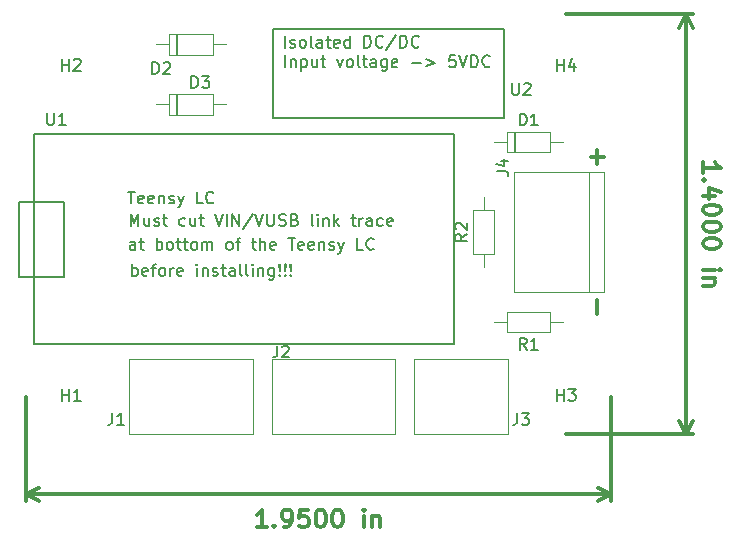
<source format=gbr>
G04 #@! TF.GenerationSoftware,KiCad,Pcbnew,(5.0.1-3-g963ef8bb5)*
G04 #@! TF.CreationDate,2019-06-08T18:57:16-07:00*
G04 #@! TF.ProjectId,board,626F6172642E6B696361645F70636200,rev?*
G04 #@! TF.SameCoordinates,Original*
G04 #@! TF.FileFunction,Legend,Top*
G04 #@! TF.FilePolarity,Positive*
%FSLAX46Y46*%
G04 Gerber Fmt 4.6, Leading zero omitted, Abs format (unit mm)*
G04 Created by KiCad (PCBNEW (5.0.1-3-g963ef8bb5)) date Saturday, June 08, 2019 at 06:57:16 PM*
%MOMM*%
%LPD*%
G01*
G04 APERTURE LIST*
%ADD10C,0.300000*%
%ADD11C,0.150000*%
%ADD12C,0.120000*%
G04 APERTURE END LIST*
D10*
X157587142Y-86296428D02*
X157587142Y-85153571D01*
X158158571Y-85725000D02*
X157015714Y-85725000D01*
X157587142Y-98996428D02*
X157587142Y-97853571D01*
D11*
X131145595Y-76462380D02*
X131145595Y-75462380D01*
X131574166Y-76414761D02*
X131669404Y-76462380D01*
X131859880Y-76462380D01*
X131955119Y-76414761D01*
X132002738Y-76319523D01*
X132002738Y-76271904D01*
X131955119Y-76176666D01*
X131859880Y-76129047D01*
X131717023Y-76129047D01*
X131621785Y-76081428D01*
X131574166Y-75986190D01*
X131574166Y-75938571D01*
X131621785Y-75843333D01*
X131717023Y-75795714D01*
X131859880Y-75795714D01*
X131955119Y-75843333D01*
X132574166Y-76462380D02*
X132478928Y-76414761D01*
X132431309Y-76367142D01*
X132383690Y-76271904D01*
X132383690Y-75986190D01*
X132431309Y-75890952D01*
X132478928Y-75843333D01*
X132574166Y-75795714D01*
X132717023Y-75795714D01*
X132812261Y-75843333D01*
X132859880Y-75890952D01*
X132907500Y-75986190D01*
X132907500Y-76271904D01*
X132859880Y-76367142D01*
X132812261Y-76414761D01*
X132717023Y-76462380D01*
X132574166Y-76462380D01*
X133478928Y-76462380D02*
X133383690Y-76414761D01*
X133336071Y-76319523D01*
X133336071Y-75462380D01*
X134288452Y-76462380D02*
X134288452Y-75938571D01*
X134240833Y-75843333D01*
X134145595Y-75795714D01*
X133955119Y-75795714D01*
X133859880Y-75843333D01*
X134288452Y-76414761D02*
X134193214Y-76462380D01*
X133955119Y-76462380D01*
X133859880Y-76414761D01*
X133812261Y-76319523D01*
X133812261Y-76224285D01*
X133859880Y-76129047D01*
X133955119Y-76081428D01*
X134193214Y-76081428D01*
X134288452Y-76033809D01*
X134621785Y-75795714D02*
X135002738Y-75795714D01*
X134764642Y-75462380D02*
X134764642Y-76319523D01*
X134812261Y-76414761D01*
X134907500Y-76462380D01*
X135002738Y-76462380D01*
X135717023Y-76414761D02*
X135621785Y-76462380D01*
X135431309Y-76462380D01*
X135336071Y-76414761D01*
X135288452Y-76319523D01*
X135288452Y-75938571D01*
X135336071Y-75843333D01*
X135431309Y-75795714D01*
X135621785Y-75795714D01*
X135717023Y-75843333D01*
X135764642Y-75938571D01*
X135764642Y-76033809D01*
X135288452Y-76129047D01*
X136621785Y-76462380D02*
X136621785Y-75462380D01*
X136621785Y-76414761D02*
X136526547Y-76462380D01*
X136336071Y-76462380D01*
X136240833Y-76414761D01*
X136193214Y-76367142D01*
X136145595Y-76271904D01*
X136145595Y-75986190D01*
X136193214Y-75890952D01*
X136240833Y-75843333D01*
X136336071Y-75795714D01*
X136526547Y-75795714D01*
X136621785Y-75843333D01*
X137859880Y-76462380D02*
X137859880Y-75462380D01*
X138097976Y-75462380D01*
X138240833Y-75510000D01*
X138336071Y-75605238D01*
X138383690Y-75700476D01*
X138431309Y-75890952D01*
X138431309Y-76033809D01*
X138383690Y-76224285D01*
X138336071Y-76319523D01*
X138240833Y-76414761D01*
X138097976Y-76462380D01*
X137859880Y-76462380D01*
X139431309Y-76367142D02*
X139383690Y-76414761D01*
X139240833Y-76462380D01*
X139145595Y-76462380D01*
X139002738Y-76414761D01*
X138907500Y-76319523D01*
X138859880Y-76224285D01*
X138812261Y-76033809D01*
X138812261Y-75890952D01*
X138859880Y-75700476D01*
X138907500Y-75605238D01*
X139002738Y-75510000D01*
X139145595Y-75462380D01*
X139240833Y-75462380D01*
X139383690Y-75510000D01*
X139431309Y-75557619D01*
X140574166Y-75414761D02*
X139717023Y-76700476D01*
X140907500Y-76462380D02*
X140907500Y-75462380D01*
X141145595Y-75462380D01*
X141288452Y-75510000D01*
X141383690Y-75605238D01*
X141431309Y-75700476D01*
X141478928Y-75890952D01*
X141478928Y-76033809D01*
X141431309Y-76224285D01*
X141383690Y-76319523D01*
X141288452Y-76414761D01*
X141145595Y-76462380D01*
X140907500Y-76462380D01*
X142478928Y-76367142D02*
X142431309Y-76414761D01*
X142288452Y-76462380D01*
X142193214Y-76462380D01*
X142050357Y-76414761D01*
X141955119Y-76319523D01*
X141907500Y-76224285D01*
X141859880Y-76033809D01*
X141859880Y-75890952D01*
X141907500Y-75700476D01*
X141955119Y-75605238D01*
X142050357Y-75510000D01*
X142193214Y-75462380D01*
X142288452Y-75462380D01*
X142431309Y-75510000D01*
X142478928Y-75557619D01*
X131145595Y-78112380D02*
X131145595Y-77112380D01*
X131621785Y-77445714D02*
X131621785Y-78112380D01*
X131621785Y-77540952D02*
X131669404Y-77493333D01*
X131764642Y-77445714D01*
X131907500Y-77445714D01*
X132002738Y-77493333D01*
X132050357Y-77588571D01*
X132050357Y-78112380D01*
X132526547Y-77445714D02*
X132526547Y-78445714D01*
X132526547Y-77493333D02*
X132621785Y-77445714D01*
X132812261Y-77445714D01*
X132907500Y-77493333D01*
X132955119Y-77540952D01*
X133002738Y-77636190D01*
X133002738Y-77921904D01*
X132955119Y-78017142D01*
X132907500Y-78064761D01*
X132812261Y-78112380D01*
X132621785Y-78112380D01*
X132526547Y-78064761D01*
X133859880Y-77445714D02*
X133859880Y-78112380D01*
X133431309Y-77445714D02*
X133431309Y-77969523D01*
X133478928Y-78064761D01*
X133574166Y-78112380D01*
X133717023Y-78112380D01*
X133812261Y-78064761D01*
X133859880Y-78017142D01*
X134193214Y-77445714D02*
X134574166Y-77445714D01*
X134336071Y-77112380D02*
X134336071Y-77969523D01*
X134383690Y-78064761D01*
X134478928Y-78112380D01*
X134574166Y-78112380D01*
X135574166Y-77445714D02*
X135812261Y-78112380D01*
X136050357Y-77445714D01*
X136574166Y-78112380D02*
X136478928Y-78064761D01*
X136431309Y-78017142D01*
X136383690Y-77921904D01*
X136383690Y-77636190D01*
X136431309Y-77540952D01*
X136478928Y-77493333D01*
X136574166Y-77445714D01*
X136717023Y-77445714D01*
X136812261Y-77493333D01*
X136859880Y-77540952D01*
X136907500Y-77636190D01*
X136907500Y-77921904D01*
X136859880Y-78017142D01*
X136812261Y-78064761D01*
X136717023Y-78112380D01*
X136574166Y-78112380D01*
X137478928Y-78112380D02*
X137383690Y-78064761D01*
X137336071Y-77969523D01*
X137336071Y-77112380D01*
X137717023Y-77445714D02*
X138097976Y-77445714D01*
X137859880Y-77112380D02*
X137859880Y-77969523D01*
X137907500Y-78064761D01*
X138002738Y-78112380D01*
X138097976Y-78112380D01*
X138859880Y-78112380D02*
X138859880Y-77588571D01*
X138812261Y-77493333D01*
X138717023Y-77445714D01*
X138526547Y-77445714D01*
X138431309Y-77493333D01*
X138859880Y-78064761D02*
X138764642Y-78112380D01*
X138526547Y-78112380D01*
X138431309Y-78064761D01*
X138383690Y-77969523D01*
X138383690Y-77874285D01*
X138431309Y-77779047D01*
X138526547Y-77731428D01*
X138764642Y-77731428D01*
X138859880Y-77683809D01*
X139764642Y-77445714D02*
X139764642Y-78255238D01*
X139717023Y-78350476D01*
X139669404Y-78398095D01*
X139574166Y-78445714D01*
X139431309Y-78445714D01*
X139336071Y-78398095D01*
X139764642Y-78064761D02*
X139669404Y-78112380D01*
X139478928Y-78112380D01*
X139383690Y-78064761D01*
X139336071Y-78017142D01*
X139288452Y-77921904D01*
X139288452Y-77636190D01*
X139336071Y-77540952D01*
X139383690Y-77493333D01*
X139478928Y-77445714D01*
X139669404Y-77445714D01*
X139764642Y-77493333D01*
X140621785Y-78064761D02*
X140526547Y-78112380D01*
X140336071Y-78112380D01*
X140240833Y-78064761D01*
X140193214Y-77969523D01*
X140193214Y-77588571D01*
X140240833Y-77493333D01*
X140336071Y-77445714D01*
X140526547Y-77445714D01*
X140621785Y-77493333D01*
X140669404Y-77588571D01*
X140669404Y-77683809D01*
X140193214Y-77779047D01*
X141859880Y-77731428D02*
X142621785Y-77731428D01*
X143097976Y-77445714D02*
X143859880Y-77731428D01*
X143097976Y-78017142D01*
X145574166Y-77112380D02*
X145097976Y-77112380D01*
X145050357Y-77588571D01*
X145097976Y-77540952D01*
X145193214Y-77493333D01*
X145431309Y-77493333D01*
X145526547Y-77540952D01*
X145574166Y-77588571D01*
X145621785Y-77683809D01*
X145621785Y-77921904D01*
X145574166Y-78017142D01*
X145526547Y-78064761D01*
X145431309Y-78112380D01*
X145193214Y-78112380D01*
X145097976Y-78064761D01*
X145050357Y-78017142D01*
X145907500Y-77112380D02*
X146240833Y-78112380D01*
X146574166Y-77112380D01*
X146907500Y-78112380D02*
X146907500Y-77112380D01*
X147145595Y-77112380D01*
X147288452Y-77160000D01*
X147383690Y-77255238D01*
X147431309Y-77350476D01*
X147478928Y-77540952D01*
X147478928Y-77683809D01*
X147431309Y-77874285D01*
X147383690Y-77969523D01*
X147288452Y-78064761D01*
X147145595Y-78112380D01*
X146907500Y-78112380D01*
X148478928Y-78017142D02*
X148431309Y-78064761D01*
X148288452Y-78112380D01*
X148193214Y-78112380D01*
X148050357Y-78064761D01*
X147955119Y-77969523D01*
X147907500Y-77874285D01*
X147859880Y-77683809D01*
X147859880Y-77540952D01*
X147907500Y-77350476D01*
X147955119Y-77255238D01*
X148050357Y-77160000D01*
X148193214Y-77112380D01*
X148288452Y-77112380D01*
X148431309Y-77160000D01*
X148478928Y-77207619D01*
D10*
X129592142Y-117078570D02*
X128735000Y-117078570D01*
X129163571Y-117078570D02*
X129163571Y-115578570D01*
X129020714Y-115792856D01*
X128877857Y-115935713D01*
X128735000Y-116007141D01*
X130235000Y-116935713D02*
X130306428Y-117007141D01*
X130235000Y-117078570D01*
X130163571Y-117007141D01*
X130235000Y-116935713D01*
X130235000Y-117078570D01*
X131020714Y-117078570D02*
X131306428Y-117078570D01*
X131449285Y-117007141D01*
X131520714Y-116935713D01*
X131663571Y-116721427D01*
X131735000Y-116435713D01*
X131735000Y-115864284D01*
X131663571Y-115721427D01*
X131592142Y-115649999D01*
X131449285Y-115578570D01*
X131163571Y-115578570D01*
X131020714Y-115649999D01*
X130949285Y-115721427D01*
X130877857Y-115864284D01*
X130877857Y-116221427D01*
X130949285Y-116364284D01*
X131020714Y-116435713D01*
X131163571Y-116507141D01*
X131449285Y-116507141D01*
X131592142Y-116435713D01*
X131663571Y-116364284D01*
X131735000Y-116221427D01*
X133092142Y-115578570D02*
X132377857Y-115578570D01*
X132306428Y-116292856D01*
X132377857Y-116221427D01*
X132520714Y-116149999D01*
X132877857Y-116149999D01*
X133020714Y-116221427D01*
X133092142Y-116292856D01*
X133163571Y-116435713D01*
X133163571Y-116792856D01*
X133092142Y-116935713D01*
X133020714Y-117007141D01*
X132877857Y-117078570D01*
X132520714Y-117078570D01*
X132377857Y-117007141D01*
X132306428Y-116935713D01*
X134092142Y-115578570D02*
X134235000Y-115578570D01*
X134377857Y-115649999D01*
X134449285Y-115721427D01*
X134520714Y-115864284D01*
X134592142Y-116149999D01*
X134592142Y-116507141D01*
X134520714Y-116792856D01*
X134449285Y-116935713D01*
X134377857Y-117007141D01*
X134235000Y-117078570D01*
X134092142Y-117078570D01*
X133949285Y-117007141D01*
X133877857Y-116935713D01*
X133806428Y-116792856D01*
X133735000Y-116507141D01*
X133735000Y-116149999D01*
X133806428Y-115864284D01*
X133877857Y-115721427D01*
X133949285Y-115649999D01*
X134092142Y-115578570D01*
X135520714Y-115578570D02*
X135663571Y-115578570D01*
X135806428Y-115649999D01*
X135877857Y-115721427D01*
X135949285Y-115864284D01*
X136020714Y-116149999D01*
X136020714Y-116507141D01*
X135949285Y-116792856D01*
X135877857Y-116935713D01*
X135806428Y-117007141D01*
X135663571Y-117078570D01*
X135520714Y-117078570D01*
X135377857Y-117007141D01*
X135306428Y-116935713D01*
X135235000Y-116792856D01*
X135163571Y-116507141D01*
X135163571Y-116149999D01*
X135235000Y-115864284D01*
X135306428Y-115721427D01*
X135377857Y-115649999D01*
X135520714Y-115578570D01*
X137806428Y-117078570D02*
X137806428Y-116078570D01*
X137806428Y-115578570D02*
X137735000Y-115649999D01*
X137806428Y-115721427D01*
X137877857Y-115649999D01*
X137806428Y-115578570D01*
X137806428Y-115721427D01*
X138520714Y-116078570D02*
X138520714Y-117078570D01*
X138520714Y-116221427D02*
X138592142Y-116149999D01*
X138735000Y-116078570D01*
X138949285Y-116078570D01*
X139092142Y-116149999D01*
X139163571Y-116292856D01*
X139163571Y-117078570D01*
X109220000Y-114299999D02*
X158750000Y-114299999D01*
X109220000Y-106045000D02*
X109220000Y-114886420D01*
X158750000Y-106045000D02*
X158750000Y-114886420D01*
X158750000Y-114299999D02*
X157623496Y-114886420D01*
X158750000Y-114299999D02*
X157623496Y-113713578D01*
X109220000Y-114299999D02*
X110346504Y-114886420D01*
X109220000Y-114299999D02*
X110346504Y-113713578D01*
X166521428Y-87047142D02*
X166521428Y-86190000D01*
X166521428Y-86618571D02*
X168021428Y-86618571D01*
X167807142Y-86475714D01*
X167664285Y-86332857D01*
X167592857Y-86190000D01*
X166664285Y-87690000D02*
X166592857Y-87761428D01*
X166521428Y-87690000D01*
X166592857Y-87618571D01*
X166664285Y-87690000D01*
X166521428Y-87690000D01*
X167521428Y-89047142D02*
X166521428Y-89047142D01*
X168092857Y-88690000D02*
X167021428Y-88332857D01*
X167021428Y-89261428D01*
X168021428Y-90118571D02*
X168021428Y-90261428D01*
X167950000Y-90404285D01*
X167878571Y-90475714D01*
X167735714Y-90547142D01*
X167450000Y-90618571D01*
X167092857Y-90618571D01*
X166807142Y-90547142D01*
X166664285Y-90475714D01*
X166592857Y-90404285D01*
X166521428Y-90261428D01*
X166521428Y-90118571D01*
X166592857Y-89975714D01*
X166664285Y-89904285D01*
X166807142Y-89832857D01*
X167092857Y-89761428D01*
X167450000Y-89761428D01*
X167735714Y-89832857D01*
X167878571Y-89904285D01*
X167950000Y-89975714D01*
X168021428Y-90118571D01*
X168021428Y-91547142D02*
X168021428Y-91690000D01*
X167950000Y-91832857D01*
X167878571Y-91904285D01*
X167735714Y-91975714D01*
X167450000Y-92047142D01*
X167092857Y-92047142D01*
X166807142Y-91975714D01*
X166664285Y-91904285D01*
X166592857Y-91832857D01*
X166521428Y-91690000D01*
X166521428Y-91547142D01*
X166592857Y-91404285D01*
X166664285Y-91332857D01*
X166807142Y-91261428D01*
X167092857Y-91190000D01*
X167450000Y-91190000D01*
X167735714Y-91261428D01*
X167878571Y-91332857D01*
X167950000Y-91404285D01*
X168021428Y-91547142D01*
X168021428Y-92975714D02*
X168021428Y-93118571D01*
X167950000Y-93261428D01*
X167878571Y-93332857D01*
X167735714Y-93404285D01*
X167450000Y-93475714D01*
X167092857Y-93475714D01*
X166807142Y-93404285D01*
X166664285Y-93332857D01*
X166592857Y-93261428D01*
X166521428Y-93118571D01*
X166521428Y-92975714D01*
X166592857Y-92832857D01*
X166664285Y-92761428D01*
X166807142Y-92690000D01*
X167092857Y-92618571D01*
X167450000Y-92618571D01*
X167735714Y-92690000D01*
X167878571Y-92761428D01*
X167950000Y-92832857D01*
X168021428Y-92975714D01*
X166521428Y-95261428D02*
X167521428Y-95261428D01*
X168021428Y-95261428D02*
X167950000Y-95190000D01*
X167878571Y-95261428D01*
X167950000Y-95332857D01*
X168021428Y-95261428D01*
X167878571Y-95261428D01*
X167521428Y-95975714D02*
X166521428Y-95975714D01*
X167378571Y-95975714D02*
X167450000Y-96047142D01*
X167521428Y-96190000D01*
X167521428Y-96404285D01*
X167450000Y-96547142D01*
X167307142Y-96618571D01*
X166521428Y-96618571D01*
X165100000Y-73660000D02*
X165100000Y-109220000D01*
X154940000Y-73660000D02*
X165686421Y-73660000D01*
X154940000Y-109220000D02*
X165686421Y-109220000D01*
X165100000Y-109220000D02*
X164513579Y-108093496D01*
X165100000Y-109220000D02*
X165686421Y-108093496D01*
X165100000Y-73660000D02*
X164513579Y-74786504D01*
X165100000Y-73660000D02*
X165686421Y-74786504D01*
D11*
G04 #@! TO.C,U2*
X130170000Y-82450000D02*
X130170000Y-74850000D01*
X149720000Y-82450000D02*
X149720000Y-74850000D01*
X149720000Y-74850000D02*
X130170000Y-74850000D01*
X130170000Y-82450000D02*
X149720000Y-82450000D01*
G04 #@! TO.C,D1*
X150596600Y-83616800D02*
X150596600Y-85267800D01*
D12*
X149905000Y-83595000D02*
X149905000Y-85315000D01*
X149905000Y-85315000D02*
X153625000Y-85315000D01*
X153625000Y-85315000D02*
X153625000Y-83595000D01*
X153625000Y-83595000D02*
X149905000Y-83595000D01*
X148835000Y-84455000D02*
X149905000Y-84455000D01*
X154695000Y-84455000D02*
X153625000Y-84455000D01*
D11*
G04 #@! TO.C,D2*
X122021600Y-75361800D02*
X122021600Y-77012800D01*
D12*
X121330000Y-75340000D02*
X121330000Y-77060000D01*
X121330000Y-77060000D02*
X125050000Y-77060000D01*
X125050000Y-77060000D02*
X125050000Y-75340000D01*
X125050000Y-75340000D02*
X121330000Y-75340000D01*
X120260000Y-76200000D02*
X121330000Y-76200000D01*
X126120000Y-76200000D02*
X125050000Y-76200000D01*
D11*
G04 #@! TO.C,D3*
X122021600Y-80441800D02*
X122021600Y-82092800D01*
D12*
X121330000Y-80420000D02*
X121330000Y-82140000D01*
X121330000Y-82140000D02*
X125050000Y-82140000D01*
X125050000Y-82140000D02*
X125050000Y-80420000D01*
X125050000Y-80420000D02*
X121330000Y-80420000D01*
X120260000Y-81280000D02*
X121330000Y-81280000D01*
X126120000Y-81280000D02*
X125050000Y-81280000D01*
G04 #@! TO.C,J1*
X128420000Y-102870000D02*
X128420000Y-109220000D01*
X128420000Y-109220000D02*
X117960000Y-109220000D01*
X117960000Y-109220000D02*
X117960000Y-102870000D01*
X117960000Y-102870000D02*
X128420000Y-102870000D01*
G04 #@! TO.C,J2*
X140485000Y-102870000D02*
X140485000Y-109220000D01*
X140485000Y-109220000D02*
X130025000Y-109220000D01*
X130025000Y-109220000D02*
X130025000Y-102870000D01*
X130025000Y-102870000D02*
X140485000Y-102870000D01*
G04 #@! TO.C,J3*
X150010000Y-102870000D02*
X150010000Y-109220000D01*
X150010000Y-109220000D02*
X142090000Y-109220000D01*
X142090000Y-109220000D02*
X142090000Y-102870000D01*
X142090000Y-102870000D02*
X150010000Y-102870000D01*
G04 #@! TO.C,J4*
X156845000Y-86995000D02*
X156845000Y-97155000D01*
X158115000Y-86995000D02*
X150495000Y-86995000D01*
X150495000Y-86995000D02*
X150495000Y-97155000D01*
X150495000Y-97155000D02*
X158115000Y-97155000D01*
X158115000Y-97155000D02*
X158115000Y-86995000D01*
G04 #@! TO.C,R1*
X153625000Y-100555000D02*
X153625000Y-98835000D01*
X153625000Y-98835000D02*
X149905000Y-98835000D01*
X149905000Y-98835000D02*
X149905000Y-100555000D01*
X149905000Y-100555000D02*
X153625000Y-100555000D01*
X154695000Y-99695000D02*
X153625000Y-99695000D01*
X148835000Y-99695000D02*
X149905000Y-99695000D01*
G04 #@! TO.C,R2*
X147095000Y-93935000D02*
X148815000Y-93935000D01*
X148815000Y-93935000D02*
X148815000Y-90215000D01*
X148815000Y-90215000D02*
X147095000Y-90215000D01*
X147095000Y-90215000D02*
X147095000Y-93935000D01*
X147955000Y-95005000D02*
X147955000Y-93935000D01*
X147955000Y-89145000D02*
X147955000Y-90215000D01*
D11*
G04 #@! TO.C,U1*
X112395000Y-95885000D02*
X109855000Y-95885000D01*
X112395000Y-89535000D02*
X112395000Y-95885000D01*
X109855000Y-89535000D02*
X112395000Y-89535000D01*
X108585000Y-94615000D02*
X108585000Y-95885000D01*
X108585000Y-89535000D02*
X109855000Y-89535000D01*
X108585000Y-94615000D02*
X108585000Y-89535000D01*
X109855000Y-95885000D02*
X108585000Y-95885000D01*
X109855000Y-101600000D02*
X109855000Y-83820000D01*
X145415000Y-101600000D02*
X109855000Y-101600000D01*
X145415000Y-83820000D02*
X145415000Y-101600000D01*
X109855000Y-83820000D02*
X145415000Y-83820000D01*
G04 #@! TO.C,U2*
X150368095Y-79462380D02*
X150368095Y-80271904D01*
X150415714Y-80367142D01*
X150463333Y-80414761D01*
X150558571Y-80462380D01*
X150749047Y-80462380D01*
X150844285Y-80414761D01*
X150891904Y-80367142D01*
X150939523Y-80271904D01*
X150939523Y-79462380D01*
X151368095Y-79557619D02*
X151415714Y-79510000D01*
X151510952Y-79462380D01*
X151749047Y-79462380D01*
X151844285Y-79510000D01*
X151891904Y-79557619D01*
X151939523Y-79652857D01*
X151939523Y-79748095D01*
X151891904Y-79890952D01*
X151320476Y-80462380D01*
X151939523Y-80462380D01*
G04 #@! TO.C,D1*
X151026904Y-83047380D02*
X151026904Y-82047380D01*
X151265000Y-82047380D01*
X151407857Y-82095000D01*
X151503095Y-82190238D01*
X151550714Y-82285476D01*
X151598333Y-82475952D01*
X151598333Y-82618809D01*
X151550714Y-82809285D01*
X151503095Y-82904523D01*
X151407857Y-82999761D01*
X151265000Y-83047380D01*
X151026904Y-83047380D01*
X152550714Y-83047380D02*
X151979285Y-83047380D01*
X152265000Y-83047380D02*
X152265000Y-82047380D01*
X152169761Y-82190238D01*
X152074523Y-82285476D01*
X151979285Y-82333095D01*
G04 #@! TO.C,D2*
X119911904Y-78684380D02*
X119911904Y-77684380D01*
X120150000Y-77684380D01*
X120292857Y-77732000D01*
X120388095Y-77827238D01*
X120435714Y-77922476D01*
X120483333Y-78112952D01*
X120483333Y-78255809D01*
X120435714Y-78446285D01*
X120388095Y-78541523D01*
X120292857Y-78636761D01*
X120150000Y-78684380D01*
X119911904Y-78684380D01*
X120864285Y-77779619D02*
X120911904Y-77732000D01*
X121007142Y-77684380D01*
X121245238Y-77684380D01*
X121340476Y-77732000D01*
X121388095Y-77779619D01*
X121435714Y-77874857D01*
X121435714Y-77970095D01*
X121388095Y-78112952D01*
X120816666Y-78684380D01*
X121435714Y-78684380D01*
G04 #@! TO.C,D3*
X123213904Y-79872380D02*
X123213904Y-78872380D01*
X123452000Y-78872380D01*
X123594857Y-78920000D01*
X123690095Y-79015238D01*
X123737714Y-79110476D01*
X123785333Y-79300952D01*
X123785333Y-79443809D01*
X123737714Y-79634285D01*
X123690095Y-79729523D01*
X123594857Y-79824761D01*
X123452000Y-79872380D01*
X123213904Y-79872380D01*
X124118666Y-78872380D02*
X124737714Y-78872380D01*
X124404380Y-79253333D01*
X124547238Y-79253333D01*
X124642476Y-79300952D01*
X124690095Y-79348571D01*
X124737714Y-79443809D01*
X124737714Y-79681904D01*
X124690095Y-79777142D01*
X124642476Y-79824761D01*
X124547238Y-79872380D01*
X124261523Y-79872380D01*
X124166285Y-79824761D01*
X124118666Y-79777142D01*
G04 #@! TO.C,J1*
X116506666Y-107402380D02*
X116506666Y-108116666D01*
X116459047Y-108259523D01*
X116363809Y-108354761D01*
X116220952Y-108402380D01*
X116125714Y-108402380D01*
X117506666Y-108402380D02*
X116935238Y-108402380D01*
X117220952Y-108402380D02*
X117220952Y-107402380D01*
X117125714Y-107545238D01*
X117030476Y-107640476D01*
X116935238Y-107688095D01*
G04 #@! TO.C,J2*
X130476666Y-101687380D02*
X130476666Y-102401666D01*
X130429047Y-102544523D01*
X130333809Y-102639761D01*
X130190952Y-102687380D01*
X130095714Y-102687380D01*
X130905238Y-101782619D02*
X130952857Y-101735000D01*
X131048095Y-101687380D01*
X131286190Y-101687380D01*
X131381428Y-101735000D01*
X131429047Y-101782619D01*
X131476666Y-101877857D01*
X131476666Y-101973095D01*
X131429047Y-102115952D01*
X130857619Y-102687380D01*
X131476666Y-102687380D01*
G04 #@! TO.C,J3*
X150796666Y-107402380D02*
X150796666Y-108116666D01*
X150749047Y-108259523D01*
X150653809Y-108354761D01*
X150510952Y-108402380D01*
X150415714Y-108402380D01*
X151177619Y-107402380D02*
X151796666Y-107402380D01*
X151463333Y-107783333D01*
X151606190Y-107783333D01*
X151701428Y-107830952D01*
X151749047Y-107878571D01*
X151796666Y-107973809D01*
X151796666Y-108211904D01*
X151749047Y-108307142D01*
X151701428Y-108354761D01*
X151606190Y-108402380D01*
X151320476Y-108402380D01*
X151225238Y-108354761D01*
X151177619Y-108307142D01*
G04 #@! TO.C,J4*
X149058380Y-86947333D02*
X149772666Y-86947333D01*
X149915523Y-86994952D01*
X150010761Y-87090190D01*
X150058380Y-87233047D01*
X150058380Y-87328285D01*
X149391714Y-86042571D02*
X150058380Y-86042571D01*
X149010761Y-86280666D02*
X149725047Y-86518761D01*
X149725047Y-85899714D01*
G04 #@! TO.C,R1*
X151598333Y-102052380D02*
X151265000Y-101576190D01*
X151026904Y-102052380D02*
X151026904Y-101052380D01*
X151407857Y-101052380D01*
X151503095Y-101100000D01*
X151550714Y-101147619D01*
X151598333Y-101242857D01*
X151598333Y-101385714D01*
X151550714Y-101480952D01*
X151503095Y-101528571D01*
X151407857Y-101576190D01*
X151026904Y-101576190D01*
X152550714Y-102052380D02*
X151979285Y-102052380D01*
X152265000Y-102052380D02*
X152265000Y-101052380D01*
X152169761Y-101195238D01*
X152074523Y-101290476D01*
X151979285Y-101338095D01*
G04 #@! TO.C,R2*
X146547380Y-92241666D02*
X146071190Y-92575000D01*
X146547380Y-92813095D02*
X145547380Y-92813095D01*
X145547380Y-92432142D01*
X145595000Y-92336904D01*
X145642619Y-92289285D01*
X145737857Y-92241666D01*
X145880714Y-92241666D01*
X145975952Y-92289285D01*
X146023571Y-92336904D01*
X146071190Y-92432142D01*
X146071190Y-92813095D01*
X145642619Y-91860714D02*
X145595000Y-91813095D01*
X145547380Y-91717857D01*
X145547380Y-91479761D01*
X145595000Y-91384523D01*
X145642619Y-91336904D01*
X145737857Y-91289285D01*
X145833095Y-91289285D01*
X145975952Y-91336904D01*
X146547380Y-91908333D01*
X146547380Y-91289285D01*
G04 #@! TO.C,U1*
X110998095Y-82002380D02*
X110998095Y-82811904D01*
X111045714Y-82907142D01*
X111093333Y-82954761D01*
X111188571Y-83002380D01*
X111379047Y-83002380D01*
X111474285Y-82954761D01*
X111521904Y-82907142D01*
X111569523Y-82811904D01*
X111569523Y-82002380D01*
X112569523Y-83002380D02*
X111998095Y-83002380D01*
X112283809Y-83002380D02*
X112283809Y-82002380D01*
X112188571Y-82145238D01*
X112093333Y-82240476D01*
X111998095Y-82288095D01*
X118210714Y-95782380D02*
X118210714Y-94782380D01*
X118210714Y-95163333D02*
X118305952Y-95115714D01*
X118496428Y-95115714D01*
X118591666Y-95163333D01*
X118639285Y-95210952D01*
X118686904Y-95306190D01*
X118686904Y-95591904D01*
X118639285Y-95687142D01*
X118591666Y-95734761D01*
X118496428Y-95782380D01*
X118305952Y-95782380D01*
X118210714Y-95734761D01*
X119496428Y-95734761D02*
X119401190Y-95782380D01*
X119210714Y-95782380D01*
X119115476Y-95734761D01*
X119067857Y-95639523D01*
X119067857Y-95258571D01*
X119115476Y-95163333D01*
X119210714Y-95115714D01*
X119401190Y-95115714D01*
X119496428Y-95163333D01*
X119544047Y-95258571D01*
X119544047Y-95353809D01*
X119067857Y-95449047D01*
X119829761Y-95115714D02*
X120210714Y-95115714D01*
X119972619Y-95782380D02*
X119972619Y-94925238D01*
X120020238Y-94830000D01*
X120115476Y-94782380D01*
X120210714Y-94782380D01*
X120686904Y-95782380D02*
X120591666Y-95734761D01*
X120544047Y-95687142D01*
X120496428Y-95591904D01*
X120496428Y-95306190D01*
X120544047Y-95210952D01*
X120591666Y-95163333D01*
X120686904Y-95115714D01*
X120829761Y-95115714D01*
X120925000Y-95163333D01*
X120972619Y-95210952D01*
X121020238Y-95306190D01*
X121020238Y-95591904D01*
X120972619Y-95687142D01*
X120925000Y-95734761D01*
X120829761Y-95782380D01*
X120686904Y-95782380D01*
X121448809Y-95782380D02*
X121448809Y-95115714D01*
X121448809Y-95306190D02*
X121496428Y-95210952D01*
X121544047Y-95163333D01*
X121639285Y-95115714D01*
X121734523Y-95115714D01*
X122448809Y-95734761D02*
X122353571Y-95782380D01*
X122163095Y-95782380D01*
X122067857Y-95734761D01*
X122020238Y-95639523D01*
X122020238Y-95258571D01*
X122067857Y-95163333D01*
X122163095Y-95115714D01*
X122353571Y-95115714D01*
X122448809Y-95163333D01*
X122496428Y-95258571D01*
X122496428Y-95353809D01*
X122020238Y-95449047D01*
X123686904Y-95782380D02*
X123686904Y-95115714D01*
X123686904Y-94782380D02*
X123639285Y-94830000D01*
X123686904Y-94877619D01*
X123734523Y-94830000D01*
X123686904Y-94782380D01*
X123686904Y-94877619D01*
X124163095Y-95115714D02*
X124163095Y-95782380D01*
X124163095Y-95210952D02*
X124210714Y-95163333D01*
X124305952Y-95115714D01*
X124448809Y-95115714D01*
X124544047Y-95163333D01*
X124591666Y-95258571D01*
X124591666Y-95782380D01*
X125020238Y-95734761D02*
X125115476Y-95782380D01*
X125305952Y-95782380D01*
X125401190Y-95734761D01*
X125448809Y-95639523D01*
X125448809Y-95591904D01*
X125401190Y-95496666D01*
X125305952Y-95449047D01*
X125163095Y-95449047D01*
X125067857Y-95401428D01*
X125020238Y-95306190D01*
X125020238Y-95258571D01*
X125067857Y-95163333D01*
X125163095Y-95115714D01*
X125305952Y-95115714D01*
X125401190Y-95163333D01*
X125734523Y-95115714D02*
X126115476Y-95115714D01*
X125877380Y-94782380D02*
X125877380Y-95639523D01*
X125925000Y-95734761D01*
X126020238Y-95782380D01*
X126115476Y-95782380D01*
X126877380Y-95782380D02*
X126877380Y-95258571D01*
X126829761Y-95163333D01*
X126734523Y-95115714D01*
X126544047Y-95115714D01*
X126448809Y-95163333D01*
X126877380Y-95734761D02*
X126782142Y-95782380D01*
X126544047Y-95782380D01*
X126448809Y-95734761D01*
X126401190Y-95639523D01*
X126401190Y-95544285D01*
X126448809Y-95449047D01*
X126544047Y-95401428D01*
X126782142Y-95401428D01*
X126877380Y-95353809D01*
X127496428Y-95782380D02*
X127401190Y-95734761D01*
X127353571Y-95639523D01*
X127353571Y-94782380D01*
X128020238Y-95782380D02*
X127925000Y-95734761D01*
X127877380Y-95639523D01*
X127877380Y-94782380D01*
X128401190Y-95782380D02*
X128401190Y-95115714D01*
X128401190Y-94782380D02*
X128353571Y-94830000D01*
X128401190Y-94877619D01*
X128448809Y-94830000D01*
X128401190Y-94782380D01*
X128401190Y-94877619D01*
X128877380Y-95115714D02*
X128877380Y-95782380D01*
X128877380Y-95210952D02*
X128925000Y-95163333D01*
X129020238Y-95115714D01*
X129163095Y-95115714D01*
X129258333Y-95163333D01*
X129305952Y-95258571D01*
X129305952Y-95782380D01*
X130210714Y-95115714D02*
X130210714Y-95925238D01*
X130163095Y-96020476D01*
X130115476Y-96068095D01*
X130020238Y-96115714D01*
X129877380Y-96115714D01*
X129782142Y-96068095D01*
X130210714Y-95734761D02*
X130115476Y-95782380D01*
X129925000Y-95782380D01*
X129829761Y-95734761D01*
X129782142Y-95687142D01*
X129734523Y-95591904D01*
X129734523Y-95306190D01*
X129782142Y-95210952D01*
X129829761Y-95163333D01*
X129925000Y-95115714D01*
X130115476Y-95115714D01*
X130210714Y-95163333D01*
X130686904Y-95687142D02*
X130734523Y-95734761D01*
X130686904Y-95782380D01*
X130639285Y-95734761D01*
X130686904Y-95687142D01*
X130686904Y-95782380D01*
X130686904Y-95401428D02*
X130639285Y-94830000D01*
X130686904Y-94782380D01*
X130734523Y-94830000D01*
X130686904Y-95401428D01*
X130686904Y-94782380D01*
X131163095Y-95687142D02*
X131210714Y-95734761D01*
X131163095Y-95782380D01*
X131115476Y-95734761D01*
X131163095Y-95687142D01*
X131163095Y-95782380D01*
X131163095Y-95401428D02*
X131115476Y-94830000D01*
X131163095Y-94782380D01*
X131210714Y-94830000D01*
X131163095Y-95401428D01*
X131163095Y-94782380D01*
X131639285Y-95687142D02*
X131686904Y-95734761D01*
X131639285Y-95782380D01*
X131591666Y-95734761D01*
X131639285Y-95687142D01*
X131639285Y-95782380D01*
X131639285Y-95401428D02*
X131591666Y-94830000D01*
X131639285Y-94782380D01*
X131686904Y-94830000D01*
X131639285Y-95401428D01*
X131639285Y-94782380D01*
X117853333Y-88657380D02*
X118424761Y-88657380D01*
X118139047Y-89657380D02*
X118139047Y-88657380D01*
X119139047Y-89609761D02*
X119043809Y-89657380D01*
X118853333Y-89657380D01*
X118758095Y-89609761D01*
X118710476Y-89514523D01*
X118710476Y-89133571D01*
X118758095Y-89038333D01*
X118853333Y-88990714D01*
X119043809Y-88990714D01*
X119139047Y-89038333D01*
X119186666Y-89133571D01*
X119186666Y-89228809D01*
X118710476Y-89324047D01*
X119996190Y-89609761D02*
X119900952Y-89657380D01*
X119710476Y-89657380D01*
X119615238Y-89609761D01*
X119567619Y-89514523D01*
X119567619Y-89133571D01*
X119615238Y-89038333D01*
X119710476Y-88990714D01*
X119900952Y-88990714D01*
X119996190Y-89038333D01*
X120043809Y-89133571D01*
X120043809Y-89228809D01*
X119567619Y-89324047D01*
X120472380Y-88990714D02*
X120472380Y-89657380D01*
X120472380Y-89085952D02*
X120520000Y-89038333D01*
X120615238Y-88990714D01*
X120758095Y-88990714D01*
X120853333Y-89038333D01*
X120900952Y-89133571D01*
X120900952Y-89657380D01*
X121329523Y-89609761D02*
X121424761Y-89657380D01*
X121615238Y-89657380D01*
X121710476Y-89609761D01*
X121758095Y-89514523D01*
X121758095Y-89466904D01*
X121710476Y-89371666D01*
X121615238Y-89324047D01*
X121472380Y-89324047D01*
X121377142Y-89276428D01*
X121329523Y-89181190D01*
X121329523Y-89133571D01*
X121377142Y-89038333D01*
X121472380Y-88990714D01*
X121615238Y-88990714D01*
X121710476Y-89038333D01*
X122091428Y-88990714D02*
X122329523Y-89657380D01*
X122567619Y-88990714D02*
X122329523Y-89657380D01*
X122234285Y-89895476D01*
X122186666Y-89943095D01*
X122091428Y-89990714D01*
X124186666Y-89657380D02*
X123710476Y-89657380D01*
X123710476Y-88657380D01*
X125091428Y-89562142D02*
X125043809Y-89609761D01*
X124900952Y-89657380D01*
X124805714Y-89657380D01*
X124662857Y-89609761D01*
X124567619Y-89514523D01*
X124520000Y-89419285D01*
X124472380Y-89228809D01*
X124472380Y-89085952D01*
X124520000Y-88895476D01*
X124567619Y-88800238D01*
X124662857Y-88705000D01*
X124805714Y-88657380D01*
X124900952Y-88657380D01*
X125043809Y-88705000D01*
X125091428Y-88752619D01*
X118467857Y-93582380D02*
X118467857Y-93058571D01*
X118420238Y-92963333D01*
X118325000Y-92915714D01*
X118134523Y-92915714D01*
X118039285Y-92963333D01*
X118467857Y-93534761D02*
X118372619Y-93582380D01*
X118134523Y-93582380D01*
X118039285Y-93534761D01*
X117991666Y-93439523D01*
X117991666Y-93344285D01*
X118039285Y-93249047D01*
X118134523Y-93201428D01*
X118372619Y-93201428D01*
X118467857Y-93153809D01*
X118801190Y-92915714D02*
X119182142Y-92915714D01*
X118944047Y-92582380D02*
X118944047Y-93439523D01*
X118991666Y-93534761D01*
X119086904Y-93582380D01*
X119182142Y-93582380D01*
X120277380Y-93582380D02*
X120277380Y-92582380D01*
X120277380Y-92963333D02*
X120372619Y-92915714D01*
X120563095Y-92915714D01*
X120658333Y-92963333D01*
X120705952Y-93010952D01*
X120753571Y-93106190D01*
X120753571Y-93391904D01*
X120705952Y-93487142D01*
X120658333Y-93534761D01*
X120563095Y-93582380D01*
X120372619Y-93582380D01*
X120277380Y-93534761D01*
X121325000Y-93582380D02*
X121229761Y-93534761D01*
X121182142Y-93487142D01*
X121134523Y-93391904D01*
X121134523Y-93106190D01*
X121182142Y-93010952D01*
X121229761Y-92963333D01*
X121325000Y-92915714D01*
X121467857Y-92915714D01*
X121563095Y-92963333D01*
X121610714Y-93010952D01*
X121658333Y-93106190D01*
X121658333Y-93391904D01*
X121610714Y-93487142D01*
X121563095Y-93534761D01*
X121467857Y-93582380D01*
X121325000Y-93582380D01*
X121944047Y-92915714D02*
X122325000Y-92915714D01*
X122086904Y-92582380D02*
X122086904Y-93439523D01*
X122134523Y-93534761D01*
X122229761Y-93582380D01*
X122325000Y-93582380D01*
X122515476Y-92915714D02*
X122896428Y-92915714D01*
X122658333Y-92582380D02*
X122658333Y-93439523D01*
X122705952Y-93534761D01*
X122801190Y-93582380D01*
X122896428Y-93582380D01*
X123372619Y-93582380D02*
X123277380Y-93534761D01*
X123229761Y-93487142D01*
X123182142Y-93391904D01*
X123182142Y-93106190D01*
X123229761Y-93010952D01*
X123277380Y-92963333D01*
X123372619Y-92915714D01*
X123515476Y-92915714D01*
X123610714Y-92963333D01*
X123658333Y-93010952D01*
X123705952Y-93106190D01*
X123705952Y-93391904D01*
X123658333Y-93487142D01*
X123610714Y-93534761D01*
X123515476Y-93582380D01*
X123372619Y-93582380D01*
X124134523Y-93582380D02*
X124134523Y-92915714D01*
X124134523Y-93010952D02*
X124182142Y-92963333D01*
X124277380Y-92915714D01*
X124420238Y-92915714D01*
X124515476Y-92963333D01*
X124563095Y-93058571D01*
X124563095Y-93582380D01*
X124563095Y-93058571D02*
X124610714Y-92963333D01*
X124705952Y-92915714D01*
X124848809Y-92915714D01*
X124944047Y-92963333D01*
X124991666Y-93058571D01*
X124991666Y-93582380D01*
X126372619Y-93582380D02*
X126277380Y-93534761D01*
X126229761Y-93487142D01*
X126182142Y-93391904D01*
X126182142Y-93106190D01*
X126229761Y-93010952D01*
X126277380Y-92963333D01*
X126372619Y-92915714D01*
X126515476Y-92915714D01*
X126610714Y-92963333D01*
X126658333Y-93010952D01*
X126705952Y-93106190D01*
X126705952Y-93391904D01*
X126658333Y-93487142D01*
X126610714Y-93534761D01*
X126515476Y-93582380D01*
X126372619Y-93582380D01*
X126991666Y-92915714D02*
X127372619Y-92915714D01*
X127134523Y-93582380D02*
X127134523Y-92725238D01*
X127182142Y-92630000D01*
X127277380Y-92582380D01*
X127372619Y-92582380D01*
X128325000Y-92915714D02*
X128705952Y-92915714D01*
X128467857Y-92582380D02*
X128467857Y-93439523D01*
X128515476Y-93534761D01*
X128610714Y-93582380D01*
X128705952Y-93582380D01*
X129039285Y-93582380D02*
X129039285Y-92582380D01*
X129467857Y-93582380D02*
X129467857Y-93058571D01*
X129420238Y-92963333D01*
X129325000Y-92915714D01*
X129182142Y-92915714D01*
X129086904Y-92963333D01*
X129039285Y-93010952D01*
X130325000Y-93534761D02*
X130229761Y-93582380D01*
X130039285Y-93582380D01*
X129944047Y-93534761D01*
X129896428Y-93439523D01*
X129896428Y-93058571D01*
X129944047Y-92963333D01*
X130039285Y-92915714D01*
X130229761Y-92915714D01*
X130325000Y-92963333D01*
X130372619Y-93058571D01*
X130372619Y-93153809D01*
X129896428Y-93249047D01*
X131420238Y-92582380D02*
X131991666Y-92582380D01*
X131705952Y-93582380D02*
X131705952Y-92582380D01*
X132705952Y-93534761D02*
X132610714Y-93582380D01*
X132420238Y-93582380D01*
X132325000Y-93534761D01*
X132277380Y-93439523D01*
X132277380Y-93058571D01*
X132325000Y-92963333D01*
X132420238Y-92915714D01*
X132610714Y-92915714D01*
X132705952Y-92963333D01*
X132753571Y-93058571D01*
X132753571Y-93153809D01*
X132277380Y-93249047D01*
X133563095Y-93534761D02*
X133467857Y-93582380D01*
X133277380Y-93582380D01*
X133182142Y-93534761D01*
X133134523Y-93439523D01*
X133134523Y-93058571D01*
X133182142Y-92963333D01*
X133277380Y-92915714D01*
X133467857Y-92915714D01*
X133563095Y-92963333D01*
X133610714Y-93058571D01*
X133610714Y-93153809D01*
X133134523Y-93249047D01*
X134039285Y-92915714D02*
X134039285Y-93582380D01*
X134039285Y-93010952D02*
X134086904Y-92963333D01*
X134182142Y-92915714D01*
X134325000Y-92915714D01*
X134420238Y-92963333D01*
X134467857Y-93058571D01*
X134467857Y-93582380D01*
X134896428Y-93534761D02*
X134991666Y-93582380D01*
X135182142Y-93582380D01*
X135277380Y-93534761D01*
X135325000Y-93439523D01*
X135325000Y-93391904D01*
X135277380Y-93296666D01*
X135182142Y-93249047D01*
X135039285Y-93249047D01*
X134944047Y-93201428D01*
X134896428Y-93106190D01*
X134896428Y-93058571D01*
X134944047Y-92963333D01*
X135039285Y-92915714D01*
X135182142Y-92915714D01*
X135277380Y-92963333D01*
X135658333Y-92915714D02*
X135896428Y-93582380D01*
X136134523Y-92915714D02*
X135896428Y-93582380D01*
X135801190Y-93820476D01*
X135753571Y-93868095D01*
X135658333Y-93915714D01*
X137753571Y-93582380D02*
X137277380Y-93582380D01*
X137277380Y-92582380D01*
X138658333Y-93487142D02*
X138610714Y-93534761D01*
X138467857Y-93582380D01*
X138372619Y-93582380D01*
X138229761Y-93534761D01*
X138134523Y-93439523D01*
X138086904Y-93344285D01*
X138039285Y-93153809D01*
X138039285Y-93010952D01*
X138086904Y-92820476D01*
X138134523Y-92725238D01*
X138229761Y-92630000D01*
X138372619Y-92582380D01*
X138467857Y-92582380D01*
X138610714Y-92630000D01*
X138658333Y-92677619D01*
X118068571Y-91562380D02*
X118068571Y-90562380D01*
X118401904Y-91276666D01*
X118735238Y-90562380D01*
X118735238Y-91562380D01*
X119640000Y-90895714D02*
X119640000Y-91562380D01*
X119211428Y-90895714D02*
X119211428Y-91419523D01*
X119259047Y-91514761D01*
X119354285Y-91562380D01*
X119497142Y-91562380D01*
X119592380Y-91514761D01*
X119640000Y-91467142D01*
X120068571Y-91514761D02*
X120163809Y-91562380D01*
X120354285Y-91562380D01*
X120449523Y-91514761D01*
X120497142Y-91419523D01*
X120497142Y-91371904D01*
X120449523Y-91276666D01*
X120354285Y-91229047D01*
X120211428Y-91229047D01*
X120116190Y-91181428D01*
X120068571Y-91086190D01*
X120068571Y-91038571D01*
X120116190Y-90943333D01*
X120211428Y-90895714D01*
X120354285Y-90895714D01*
X120449523Y-90943333D01*
X120782857Y-90895714D02*
X121163809Y-90895714D01*
X120925714Y-90562380D02*
X120925714Y-91419523D01*
X120973333Y-91514761D01*
X121068571Y-91562380D01*
X121163809Y-91562380D01*
X122687619Y-91514761D02*
X122592380Y-91562380D01*
X122401904Y-91562380D01*
X122306666Y-91514761D01*
X122259047Y-91467142D01*
X122211428Y-91371904D01*
X122211428Y-91086190D01*
X122259047Y-90990952D01*
X122306666Y-90943333D01*
X122401904Y-90895714D01*
X122592380Y-90895714D01*
X122687619Y-90943333D01*
X123544761Y-90895714D02*
X123544761Y-91562380D01*
X123116190Y-90895714D02*
X123116190Y-91419523D01*
X123163809Y-91514761D01*
X123259047Y-91562380D01*
X123401904Y-91562380D01*
X123497142Y-91514761D01*
X123544761Y-91467142D01*
X123878095Y-90895714D02*
X124259047Y-90895714D01*
X124020952Y-90562380D02*
X124020952Y-91419523D01*
X124068571Y-91514761D01*
X124163809Y-91562380D01*
X124259047Y-91562380D01*
X125211428Y-90562380D02*
X125544761Y-91562380D01*
X125878095Y-90562380D01*
X126211428Y-91562380D02*
X126211428Y-90562380D01*
X126687619Y-91562380D02*
X126687619Y-90562380D01*
X127259047Y-91562380D01*
X127259047Y-90562380D01*
X128449523Y-90514761D02*
X127592380Y-91800476D01*
X128640000Y-90562380D02*
X128973333Y-91562380D01*
X129306666Y-90562380D01*
X129640000Y-90562380D02*
X129640000Y-91371904D01*
X129687619Y-91467142D01*
X129735238Y-91514761D01*
X129830476Y-91562380D01*
X130020952Y-91562380D01*
X130116190Y-91514761D01*
X130163809Y-91467142D01*
X130211428Y-91371904D01*
X130211428Y-90562380D01*
X130640000Y-91514761D02*
X130782857Y-91562380D01*
X131020952Y-91562380D01*
X131116190Y-91514761D01*
X131163809Y-91467142D01*
X131211428Y-91371904D01*
X131211428Y-91276666D01*
X131163809Y-91181428D01*
X131116190Y-91133809D01*
X131020952Y-91086190D01*
X130830476Y-91038571D01*
X130735238Y-90990952D01*
X130687619Y-90943333D01*
X130640000Y-90848095D01*
X130640000Y-90752857D01*
X130687619Y-90657619D01*
X130735238Y-90610000D01*
X130830476Y-90562380D01*
X131068571Y-90562380D01*
X131211428Y-90610000D01*
X131973333Y-91038571D02*
X132116190Y-91086190D01*
X132163809Y-91133809D01*
X132211428Y-91229047D01*
X132211428Y-91371904D01*
X132163809Y-91467142D01*
X132116190Y-91514761D01*
X132020952Y-91562380D01*
X131640000Y-91562380D01*
X131640000Y-90562380D01*
X131973333Y-90562380D01*
X132068571Y-90610000D01*
X132116190Y-90657619D01*
X132163809Y-90752857D01*
X132163809Y-90848095D01*
X132116190Y-90943333D01*
X132068571Y-90990952D01*
X131973333Y-91038571D01*
X131640000Y-91038571D01*
X133544761Y-91562380D02*
X133449523Y-91514761D01*
X133401904Y-91419523D01*
X133401904Y-90562380D01*
X133925714Y-91562380D02*
X133925714Y-90895714D01*
X133925714Y-90562380D02*
X133878095Y-90610000D01*
X133925714Y-90657619D01*
X133973333Y-90610000D01*
X133925714Y-90562380D01*
X133925714Y-90657619D01*
X134401904Y-90895714D02*
X134401904Y-91562380D01*
X134401904Y-90990952D02*
X134449523Y-90943333D01*
X134544761Y-90895714D01*
X134687619Y-90895714D01*
X134782857Y-90943333D01*
X134830476Y-91038571D01*
X134830476Y-91562380D01*
X135306666Y-91562380D02*
X135306666Y-90562380D01*
X135401904Y-91181428D02*
X135687619Y-91562380D01*
X135687619Y-90895714D02*
X135306666Y-91276666D01*
X136735238Y-90895714D02*
X137116190Y-90895714D01*
X136878095Y-90562380D02*
X136878095Y-91419523D01*
X136925714Y-91514761D01*
X137020952Y-91562380D01*
X137116190Y-91562380D01*
X137449523Y-91562380D02*
X137449523Y-90895714D01*
X137449523Y-91086190D02*
X137497142Y-90990952D01*
X137544761Y-90943333D01*
X137640000Y-90895714D01*
X137735238Y-90895714D01*
X138497142Y-91562380D02*
X138497142Y-91038571D01*
X138449523Y-90943333D01*
X138354285Y-90895714D01*
X138163809Y-90895714D01*
X138068571Y-90943333D01*
X138497142Y-91514761D02*
X138401904Y-91562380D01*
X138163809Y-91562380D01*
X138068571Y-91514761D01*
X138020952Y-91419523D01*
X138020952Y-91324285D01*
X138068571Y-91229047D01*
X138163809Y-91181428D01*
X138401904Y-91181428D01*
X138497142Y-91133809D01*
X139401904Y-91514761D02*
X139306666Y-91562380D01*
X139116190Y-91562380D01*
X139020952Y-91514761D01*
X138973333Y-91467142D01*
X138925714Y-91371904D01*
X138925714Y-91086190D01*
X138973333Y-90990952D01*
X139020952Y-90943333D01*
X139116190Y-90895714D01*
X139306666Y-90895714D01*
X139401904Y-90943333D01*
X140211428Y-91514761D02*
X140116190Y-91562380D01*
X139925714Y-91562380D01*
X139830476Y-91514761D01*
X139782857Y-91419523D01*
X139782857Y-91038571D01*
X139830476Y-90943333D01*
X139925714Y-90895714D01*
X140116190Y-90895714D01*
X140211428Y-90943333D01*
X140259047Y-91038571D01*
X140259047Y-91133809D01*
X139782857Y-91229047D01*
G04 #@! TO.C,H1*
X112268095Y-106362380D02*
X112268095Y-105362380D01*
X112268095Y-105838571D02*
X112839523Y-105838571D01*
X112839523Y-106362380D02*
X112839523Y-105362380D01*
X113839523Y-106362380D02*
X113268095Y-106362380D01*
X113553809Y-106362380D02*
X113553809Y-105362380D01*
X113458571Y-105505238D01*
X113363333Y-105600476D01*
X113268095Y-105648095D01*
G04 #@! TO.C,H2*
X112268095Y-78422380D02*
X112268095Y-77422380D01*
X112268095Y-77898571D02*
X112839523Y-77898571D01*
X112839523Y-78422380D02*
X112839523Y-77422380D01*
X113268095Y-77517619D02*
X113315714Y-77470000D01*
X113410952Y-77422380D01*
X113649047Y-77422380D01*
X113744285Y-77470000D01*
X113791904Y-77517619D01*
X113839523Y-77612857D01*
X113839523Y-77708095D01*
X113791904Y-77850952D01*
X113220476Y-78422380D01*
X113839523Y-78422380D01*
G04 #@! TO.C,H3*
X154178095Y-106362380D02*
X154178095Y-105362380D01*
X154178095Y-105838571D02*
X154749523Y-105838571D01*
X154749523Y-106362380D02*
X154749523Y-105362380D01*
X155130476Y-105362380D02*
X155749523Y-105362380D01*
X155416190Y-105743333D01*
X155559047Y-105743333D01*
X155654285Y-105790952D01*
X155701904Y-105838571D01*
X155749523Y-105933809D01*
X155749523Y-106171904D01*
X155701904Y-106267142D01*
X155654285Y-106314761D01*
X155559047Y-106362380D01*
X155273333Y-106362380D01*
X155178095Y-106314761D01*
X155130476Y-106267142D01*
G04 #@! TO.C,H4*
X154178095Y-78422380D02*
X154178095Y-77422380D01*
X154178095Y-77898571D02*
X154749523Y-77898571D01*
X154749523Y-78422380D02*
X154749523Y-77422380D01*
X155654285Y-77755714D02*
X155654285Y-78422380D01*
X155416190Y-77374761D02*
X155178095Y-78089047D01*
X155797142Y-78089047D01*
G04 #@! TD*
M02*

</source>
